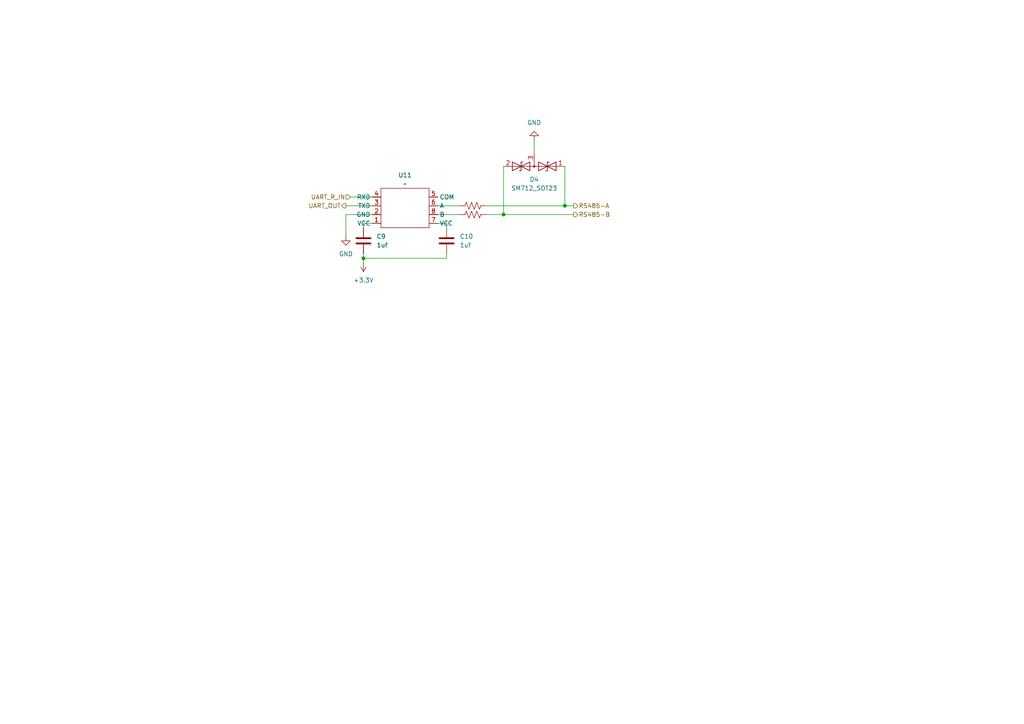
<source format=kicad_sch>
(kicad_sch
	(version 20250114)
	(generator "eeschema")
	(generator_version "9.0")
	(uuid "c626e9de-39b7-4430-bd26-fa7c1efe21e8")
	(paper "A4")
	(lib_symbols
		(symbol "Device:C"
			(pin_numbers
				(hide yes)
			)
			(pin_names
				(offset 0.254)
			)
			(exclude_from_sim no)
			(in_bom yes)
			(on_board yes)
			(property "Reference" "C"
				(at 0.635 2.54 0)
				(effects
					(font
						(size 1.27 1.27)
					)
					(justify left)
				)
			)
			(property "Value" "C"
				(at 0.635 -2.54 0)
				(effects
					(font
						(size 1.27 1.27)
					)
					(justify left)
				)
			)
			(property "Footprint" ""
				(at 0.9652 -3.81 0)
				(effects
					(font
						(size 1.27 1.27)
					)
					(hide yes)
				)
			)
			(property "Datasheet" "~"
				(at 0 0 0)
				(effects
					(font
						(size 1.27 1.27)
					)
					(hide yes)
				)
			)
			(property "Description" "Unpolarized capacitor"
				(at 0 0 0)
				(effects
					(font
						(size 1.27 1.27)
					)
					(hide yes)
				)
			)
			(property "ki_keywords" "cap capacitor"
				(at 0 0 0)
				(effects
					(font
						(size 1.27 1.27)
					)
					(hide yes)
				)
			)
			(property "ki_fp_filters" "C_*"
				(at 0 0 0)
				(effects
					(font
						(size 1.27 1.27)
					)
					(hide yes)
				)
			)
			(symbol "C_0_1"
				(polyline
					(pts
						(xy -2.032 0.762) (xy 2.032 0.762)
					)
					(stroke
						(width 0.508)
						(type default)
					)
					(fill
						(type none)
					)
				)
				(polyline
					(pts
						(xy -2.032 -0.762) (xy 2.032 -0.762)
					)
					(stroke
						(width 0.508)
						(type default)
					)
					(fill
						(type none)
					)
				)
			)
			(symbol "C_1_1"
				(pin passive line
					(at 0 3.81 270)
					(length 2.794)
					(name "~"
						(effects
							(font
								(size 1.27 1.27)
							)
						)
					)
					(number "1"
						(effects
							(font
								(size 1.27 1.27)
							)
						)
					)
				)
				(pin passive line
					(at 0 -3.81 90)
					(length 2.794)
					(name "~"
						(effects
							(font
								(size 1.27 1.27)
							)
						)
					)
					(number "2"
						(effects
							(font
								(size 1.27 1.27)
							)
						)
					)
				)
			)
			(embedded_fonts no)
		)
		(symbol "Device:R_US"
			(pin_numbers
				(hide yes)
			)
			(pin_names
				(offset 0)
			)
			(exclude_from_sim no)
			(in_bom yes)
			(on_board yes)
			(property "Reference" "R"
				(at 2.54 0 90)
				(effects
					(font
						(size 1.27 1.27)
					)
				)
			)
			(property "Value" "R_US"
				(at -2.54 0 90)
				(effects
					(font
						(size 1.27 1.27)
					)
				)
			)
			(property "Footprint" ""
				(at 1.016 -0.254 90)
				(effects
					(font
						(size 1.27 1.27)
					)
					(hide yes)
				)
			)
			(property "Datasheet" "~"
				(at 0 0 0)
				(effects
					(font
						(size 1.27 1.27)
					)
					(hide yes)
				)
			)
			(property "Description" "Resistor, US symbol"
				(at 0 0 0)
				(effects
					(font
						(size 1.27 1.27)
					)
					(hide yes)
				)
			)
			(property "ki_keywords" "R res resistor"
				(at 0 0 0)
				(effects
					(font
						(size 1.27 1.27)
					)
					(hide yes)
				)
			)
			(property "ki_fp_filters" "R_*"
				(at 0 0 0)
				(effects
					(font
						(size 1.27 1.27)
					)
					(hide yes)
				)
			)
			(symbol "R_US_0_1"
				(polyline
					(pts
						(xy 0 2.286) (xy 0 2.54)
					)
					(stroke
						(width 0)
						(type default)
					)
					(fill
						(type none)
					)
				)
				(polyline
					(pts
						(xy 0 2.286) (xy 1.016 1.905) (xy 0 1.524) (xy -1.016 1.143) (xy 0 0.762)
					)
					(stroke
						(width 0)
						(type default)
					)
					(fill
						(type none)
					)
				)
				(polyline
					(pts
						(xy 0 0.762) (xy 1.016 0.381) (xy 0 0) (xy -1.016 -0.381) (xy 0 -0.762)
					)
					(stroke
						(width 0)
						(type default)
					)
					(fill
						(type none)
					)
				)
				(polyline
					(pts
						(xy 0 -0.762) (xy 1.016 -1.143) (xy 0 -1.524) (xy -1.016 -1.905) (xy 0 -2.286)
					)
					(stroke
						(width 0)
						(type default)
					)
					(fill
						(type none)
					)
				)
				(polyline
					(pts
						(xy 0 -2.286) (xy 0 -2.54)
					)
					(stroke
						(width 0)
						(type default)
					)
					(fill
						(type none)
					)
				)
			)
			(symbol "R_US_1_1"
				(pin passive line
					(at 0 3.81 270)
					(length 1.27)
					(name "~"
						(effects
							(font
								(size 1.27 1.27)
							)
						)
					)
					(number "1"
						(effects
							(font
								(size 1.27 1.27)
							)
						)
					)
				)
				(pin passive line
					(at 0 -3.81 90)
					(length 1.27)
					(name "~"
						(effects
							(font
								(size 1.27 1.27)
							)
						)
					)
					(number "2"
						(effects
							(font
								(size 1.27 1.27)
							)
						)
					)
				)
			)
			(embedded_fonts no)
		)
		(symbol "Diode:SM712_SOT23"
			(pin_names
				(offset 1.016)
				(hide yes)
			)
			(exclude_from_sim no)
			(in_bom yes)
			(on_board yes)
			(property "Reference" "D"
				(at 0 4.445 0)
				(effects
					(font
						(size 1.27 1.27)
					)
				)
			)
			(property "Value" "SM712_SOT23"
				(at 0 2.54 0)
				(effects
					(font
						(size 1.27 1.27)
					)
				)
			)
			(property "Footprint" "Package_TO_SOT_SMD:SOT-23"
				(at 0 -8.89 0)
				(effects
					(font
						(size 1.27 1.27)
					)
					(hide yes)
				)
			)
			(property "Datasheet" "https://www.littelfuse.com/~/media/electronics/datasheets/tvs_diode_arrays/littelfuse_tvs_diode_array_sm712_datasheet.pdf.pdf"
				(at -3.81 0 0)
				(effects
					(font
						(size 1.27 1.27)
					)
					(hide yes)
				)
			)
			(property "Description" "7V/12V, 600W Asymmetrical TVS Diode Array, SOT-23"
				(at 0 0 0)
				(effects
					(font
						(size 1.27 1.27)
					)
					(hide yes)
				)
			)
			(property "ki_keywords" "transient voltage suppressor thyrector transil"
				(at 0 0 0)
				(effects
					(font
						(size 1.27 1.27)
					)
					(hide yes)
				)
			)
			(property "ki_fp_filters" "SOT?23*"
				(at 0 0 0)
				(effects
					(font
						(size 1.27 1.27)
					)
					(hide yes)
				)
			)
			(symbol "SM712_SOT23_0_0"
				(polyline
					(pts
						(xy 0 -1.27) (xy 0 0)
					)
					(stroke
						(width 0)
						(type default)
					)
					(fill
						(type none)
					)
				)
			)
			(symbol "SM712_SOT23_0_1"
				(polyline
					(pts
						(xy -6.35 0) (xy 6.35 0)
					)
					(stroke
						(width 0)
						(type default)
					)
					(fill
						(type none)
					)
				)
				(polyline
					(pts
						(xy -6.35 -1.27) (xy -1.27 1.27) (xy -1.27 -1.27) (xy -6.35 1.27) (xy -6.35 -1.27)
					)
					(stroke
						(width 0.2032)
						(type default)
					)
					(fill
						(type none)
					)
				)
				(polyline
					(pts
						(xy -3.302 1.27) (xy -3.81 1.27) (xy -3.81 -1.27) (xy -4.318 -1.27)
					)
					(stroke
						(width 0.2032)
						(type default)
					)
					(fill
						(type none)
					)
				)
				(circle
					(center 0 0)
					(radius 0.254)
					(stroke
						(width 0)
						(type default)
					)
					(fill
						(type outline)
					)
				)
				(polyline
					(pts
						(xy 1.27 -1.27) (xy 1.27 1.27) (xy 6.35 -1.27) (xy 6.35 1.27) (xy 1.27 -1.27)
					)
					(stroke
						(width 0.2032)
						(type default)
					)
					(fill
						(type none)
					)
				)
				(polyline
					(pts
						(xy 4.318 1.27) (xy 3.81 1.27) (xy 3.81 -1.27) (xy 3.302 -1.27)
					)
					(stroke
						(width 0.2032)
						(type default)
					)
					(fill
						(type none)
					)
				)
			)
			(symbol "SM712_SOT23_1_1"
				(pin passive line
					(at -8.89 0 0)
					(length 2.54)
					(name "A1"
						(effects
							(font
								(size 1.27 1.27)
							)
						)
					)
					(number "1"
						(effects
							(font
								(size 1.27 1.27)
							)
						)
					)
				)
				(pin input line
					(at 0 -3.81 90)
					(length 2.54)
					(name "common"
						(effects
							(font
								(size 1.27 1.27)
							)
						)
					)
					(number "3"
						(effects
							(font
								(size 1.27 1.27)
							)
						)
					)
				)
				(pin passive line
					(at 8.89 0 180)
					(length 2.54)
					(name "A2"
						(effects
							(font
								(size 1.27 1.27)
							)
						)
					)
					(number "2"
						(effects
							(font
								(size 1.27 1.27)
							)
						)
					)
				)
			)
			(embedded_fonts no)
		)
		(symbol "RS-485:RS_485"
			(exclude_from_sim no)
			(in_bom yes)
			(on_board yes)
			(property "Reference" "U"
				(at 0 0 0)
				(effects
					(font
						(size 1.27 1.27)
					)
				)
			)
			(property "Value" ""
				(at 0 0 0)
				(effects
					(font
						(size 1.27 1.27)
					)
				)
			)
			(property "Footprint" ""
				(at 0 0 0)
				(effects
					(font
						(size 1.27 1.27)
					)
					(hide yes)
				)
			)
			(property "Datasheet" ""
				(at 0 0 0)
				(effects
					(font
						(size 1.27 1.27)
					)
					(hide yes)
				)
			)
			(property "Description" ""
				(at 0 0 0)
				(effects
					(font
						(size 1.27 1.27)
					)
					(hide yes)
				)
			)
			(symbol "RS_485_0_1"
				(rectangle
					(start -13.97 -1.27)
					(end 0 -12.7)
					(stroke
						(width 0)
						(type default)
					)
					(fill
						(type none)
					)
				)
			)
			(symbol "RS_485_1_1"
				(pin input line
					(at -13.97 -2.54 180)
					(length 2.54)
					(name "VCC"
						(effects
							(font
								(size 1.27 1.27)
							)
						)
					)
					(number "7"
						(effects
							(font
								(size 1.27 1.27)
							)
						)
					)
				)
				(pin input line
					(at -13.97 -5.08 180)
					(length 2.54)
					(name "B"
						(effects
							(font
								(size 1.27 1.27)
							)
						)
					)
					(number "8"
						(effects
							(font
								(size 1.27 1.27)
							)
						)
					)
				)
				(pin input line
					(at -13.97 -7.62 180)
					(length 2.54)
					(name "A"
						(effects
							(font
								(size 1.27 1.27)
							)
						)
					)
					(number "6"
						(effects
							(font
								(size 1.27 1.27)
							)
						)
					)
				)
				(pin input line
					(at -13.97 -10.16 180)
					(length 2.54)
					(name "COM"
						(effects
							(font
								(size 1.27 1.27)
							)
						)
					)
					(number "5"
						(effects
							(font
								(size 1.27 1.27)
							)
						)
					)
				)
				(pin input line
					(at 0 -2.54 0)
					(length 2.54)
					(name "VCC"
						(effects
							(font
								(size 1.27 1.27)
							)
						)
					)
					(number "1"
						(effects
							(font
								(size 1.27 1.27)
							)
						)
					)
				)
				(pin input line
					(at 0 -5.08 0)
					(length 2.54)
					(name "GND"
						(effects
							(font
								(size 1.27 1.27)
							)
						)
					)
					(number "2"
						(effects
							(font
								(size 1.27 1.27)
							)
						)
					)
				)
				(pin input line
					(at 0 -7.62 0)
					(length 2.54)
					(name "TXD"
						(effects
							(font
								(size 1.27 1.27)
							)
						)
					)
					(number "3"
						(effects
							(font
								(size 1.27 1.27)
							)
						)
					)
				)
				(pin input line
					(at 0 -10.16 0)
					(length 2.54)
					(name "RXD"
						(effects
							(font
								(size 1.27 1.27)
							)
						)
					)
					(number "4"
						(effects
							(font
								(size 1.27 1.27)
							)
						)
					)
				)
			)
			(embedded_fonts no)
		)
		(symbol "power:+3.3V"
			(power)
			(pin_numbers
				(hide yes)
			)
			(pin_names
				(offset 0)
				(hide yes)
			)
			(exclude_from_sim no)
			(in_bom yes)
			(on_board yes)
			(property "Reference" "#PWR"
				(at 0 -3.81 0)
				(effects
					(font
						(size 1.27 1.27)
					)
					(hide yes)
				)
			)
			(property "Value" "+3.3V"
				(at 0 3.556 0)
				(effects
					(font
						(size 1.27 1.27)
					)
				)
			)
			(property "Footprint" ""
				(at 0 0 0)
				(effects
					(font
						(size 1.27 1.27)
					)
					(hide yes)
				)
			)
			(property "Datasheet" ""
				(at 0 0 0)
				(effects
					(font
						(size 1.27 1.27)
					)
					(hide yes)
				)
			)
			(property "Description" "Power symbol creates a global label with name \"+3.3V\""
				(at 0 0 0)
				(effects
					(font
						(size 1.27 1.27)
					)
					(hide yes)
				)
			)
			(property "ki_keywords" "global power"
				(at 0 0 0)
				(effects
					(font
						(size 1.27 1.27)
					)
					(hide yes)
				)
			)
			(symbol "+3.3V_0_1"
				(polyline
					(pts
						(xy -0.762 1.27) (xy 0 2.54)
					)
					(stroke
						(width 0)
						(type default)
					)
					(fill
						(type none)
					)
				)
				(polyline
					(pts
						(xy 0 2.54) (xy 0.762 1.27)
					)
					(stroke
						(width 0)
						(type default)
					)
					(fill
						(type none)
					)
				)
				(polyline
					(pts
						(xy 0 0) (xy 0 2.54)
					)
					(stroke
						(width 0)
						(type default)
					)
					(fill
						(type none)
					)
				)
			)
			(symbol "+3.3V_1_1"
				(pin power_in line
					(at 0 0 90)
					(length 0)
					(name "~"
						(effects
							(font
								(size 1.27 1.27)
							)
						)
					)
					(number "1"
						(effects
							(font
								(size 1.27 1.27)
							)
						)
					)
				)
			)
			(embedded_fonts no)
		)
		(symbol "power:GND"
			(power)
			(pin_numbers
				(hide yes)
			)
			(pin_names
				(offset 0)
				(hide yes)
			)
			(exclude_from_sim no)
			(in_bom yes)
			(on_board yes)
			(property "Reference" "#PWR"
				(at 0 -6.35 0)
				(effects
					(font
						(size 1.27 1.27)
					)
					(hide yes)
				)
			)
			(property "Value" "GND"
				(at 0 -3.81 0)
				(effects
					(font
						(size 1.27 1.27)
					)
				)
			)
			(property "Footprint" ""
				(at 0 0 0)
				(effects
					(font
						(size 1.27 1.27)
					)
					(hide yes)
				)
			)
			(property "Datasheet" ""
				(at 0 0 0)
				(effects
					(font
						(size 1.27 1.27)
					)
					(hide yes)
				)
			)
			(property "Description" "Power symbol creates a global label with name \"GND\" , ground"
				(at 0 0 0)
				(effects
					(font
						(size 1.27 1.27)
					)
					(hide yes)
				)
			)
			(property "ki_keywords" "global power"
				(at 0 0 0)
				(effects
					(font
						(size 1.27 1.27)
					)
					(hide yes)
				)
			)
			(symbol "GND_0_1"
				(polyline
					(pts
						(xy 0 0) (xy 0 -1.27) (xy 1.27 -1.27) (xy 0 -2.54) (xy -1.27 -1.27) (xy 0 -1.27)
					)
					(stroke
						(width 0)
						(type default)
					)
					(fill
						(type none)
					)
				)
			)
			(symbol "GND_1_1"
				(pin power_in line
					(at 0 0 270)
					(length 0)
					(name "~"
						(effects
							(font
								(size 1.27 1.27)
							)
						)
					)
					(number "1"
						(effects
							(font
								(size 1.27 1.27)
							)
						)
					)
				)
			)
			(embedded_fonts no)
		)
	)
	(junction
		(at 146.05 62.23)
		(diameter 0)
		(color 0 0 0 0)
		(uuid "17a287d3-a7ba-4712-8971-5b81f56f1630")
	)
	(junction
		(at 163.83 59.69)
		(diameter 0)
		(color 0 0 0 0)
		(uuid "a4b1c9cb-e618-4e1d-93ce-86bece3f49ec")
	)
	(junction
		(at 105.41 74.93)
		(diameter 0)
		(color 0 0 0 0)
		(uuid "ea140a06-4267-49f1-8312-020d58ab8ae7")
	)
	(wire
		(pts
			(xy 105.41 74.93) (xy 129.54 74.93)
		)
		(stroke
			(width 0)
			(type default)
		)
		(uuid "09e563a0-3d77-4ed4-9f37-f0e7484892cf")
	)
	(wire
		(pts
			(xy 163.83 48.26) (xy 163.83 59.69)
		)
		(stroke
			(width 0)
			(type default)
		)
		(uuid "1f1935c3-0126-4fae-bf40-0ff2e2debce5")
	)
	(wire
		(pts
			(xy 100.33 68.58) (xy 100.33 62.23)
		)
		(stroke
			(width 0)
			(type default)
		)
		(uuid "2f43aaeb-9367-490a-8dfe-50b81b0e45a0")
	)
	(wire
		(pts
			(xy 163.83 59.69) (xy 140.97 59.69)
		)
		(stroke
			(width 0)
			(type default)
		)
		(uuid "30e43ba7-386b-4add-b0c6-f57bbcd2e453")
	)
	(wire
		(pts
			(xy 124.46 59.69) (xy 133.35 59.69)
		)
		(stroke
			(width 0)
			(type default)
		)
		(uuid "32528200-b848-47ab-b6ae-bad2febeef67")
	)
	(wire
		(pts
			(xy 166.37 62.23) (xy 146.05 62.23)
		)
		(stroke
			(width 0)
			(type default)
		)
		(uuid "4e2639aa-3871-4d4c-9510-6a820a1febcc")
	)
	(wire
		(pts
			(xy 124.46 62.23) (xy 133.35 62.23)
		)
		(stroke
			(width 0)
			(type default)
		)
		(uuid "5bd8d37a-57a5-4c9b-b80e-197520fe8f19")
	)
	(wire
		(pts
			(xy 129.54 66.04) (xy 129.54 64.77)
		)
		(stroke
			(width 0)
			(type default)
		)
		(uuid "6735e5cf-6ea9-4600-9046-3bf5690fd27a")
	)
	(wire
		(pts
			(xy 101.6 57.15) (xy 110.49 57.15)
		)
		(stroke
			(width 0)
			(type default)
		)
		(uuid "679ffbda-893b-4355-9430-53f3d86b1a50")
	)
	(wire
		(pts
			(xy 129.54 73.66) (xy 129.54 74.93)
		)
		(stroke
			(width 0)
			(type default)
		)
		(uuid "7564ca0d-eb9b-459b-9a0d-333d162b914d")
	)
	(wire
		(pts
			(xy 146.05 48.26) (xy 146.05 62.23)
		)
		(stroke
			(width 0)
			(type default)
		)
		(uuid "79fa4ada-5647-4d12-a187-8728dbb0ebd1")
	)
	(wire
		(pts
			(xy 105.41 64.77) (xy 110.49 64.77)
		)
		(stroke
			(width 0)
			(type default)
		)
		(uuid "89a28d93-8994-4891-868f-2cee67a1ebd3")
	)
	(wire
		(pts
			(xy 166.37 59.69) (xy 163.83 59.69)
		)
		(stroke
			(width 0)
			(type default)
		)
		(uuid "99da67b6-b71c-43c9-b8c6-cf266f2c53a0")
	)
	(wire
		(pts
			(xy 124.46 64.77) (xy 129.54 64.77)
		)
		(stroke
			(width 0)
			(type default)
		)
		(uuid "9de26e64-cdb4-4014-b5c4-66a66c1d2532")
	)
	(wire
		(pts
			(xy 100.33 59.69) (xy 110.49 59.69)
		)
		(stroke
			(width 0)
			(type default)
		)
		(uuid "9e9075f2-0300-43b9-8547-f354f88b8626")
	)
	(wire
		(pts
			(xy 105.41 66.04) (xy 105.41 64.77)
		)
		(stroke
			(width 0)
			(type default)
		)
		(uuid "befdec42-75fc-45df-b2f4-6da3244f4599")
	)
	(wire
		(pts
			(xy 154.94 40.64) (xy 154.94 44.45)
		)
		(stroke
			(width 0)
			(type default)
		)
		(uuid "bfe7ef14-eab0-4fb6-b595-1fb285dfbf0e")
	)
	(wire
		(pts
			(xy 100.33 62.23) (xy 110.49 62.23)
		)
		(stroke
			(width 0)
			(type default)
		)
		(uuid "cae66ce2-397e-4b43-b262-ce24e645a5c4")
	)
	(wire
		(pts
			(xy 105.41 76.2) (xy 105.41 74.93)
		)
		(stroke
			(width 0)
			(type default)
		)
		(uuid "d9002cbc-bd26-40ef-b171-218a689cf0a7")
	)
	(wire
		(pts
			(xy 146.05 62.23) (xy 140.97 62.23)
		)
		(stroke
			(width 0)
			(type default)
		)
		(uuid "df110e98-6a11-42d3-8c06-880a87bdd711")
	)
	(wire
		(pts
			(xy 105.41 74.93) (xy 105.41 73.66)
		)
		(stroke
			(width 0)
			(type default)
		)
		(uuid "eb275281-d021-4440-980c-a56e490bc5f9")
	)
	(hierarchical_label "UART_OUT"
		(shape output)
		(at 100.33 59.69 180)
		(effects
			(font
				(size 1.27 1.27)
			)
			(justify right)
		)
		(uuid "49684a41-d4be-4806-bc98-77990bee7c37")
	)
	(hierarchical_label "RS485-A"
		(shape output)
		(at 166.37 59.69 0)
		(effects
			(font
				(size 1.27 1.27)
			)
			(justify left)
		)
		(uuid "5309f8b2-f70c-4f8d-a6d8-cd89f0c7e0be")
	)
	(hierarchical_label "UART_R_IN"
		(shape input)
		(at 101.6 57.15 180)
		(effects
			(font
				(size 1.27 1.27)
			)
			(justify right)
		)
		(uuid "691705b0-98f3-441f-8d4c-79902f905921")
	)
	(hierarchical_label "RS485-B"
		(shape output)
		(at 166.37 62.23 0)
		(effects
			(font
				(size 1.27 1.27)
			)
			(justify left)
		)
		(uuid "a3eb9638-2a65-4d2a-87d5-c2d87a94fbb5")
	)
	(symbol
		(lib_id "Diode:SM712_SOT23")
		(at 154.94 48.26 180)
		(unit 1)
		(exclude_from_sim no)
		(in_bom yes)
		(on_board yes)
		(dnp no)
		(fields_autoplaced yes)
		(uuid "088df721-d154-4d70-980c-2bb0c585eef6")
		(property "Reference" "D4"
			(at 154.94 52.07 0)
			(effects
				(font
					(size 1.27 1.27)
				)
			)
		)
		(property "Value" "SM712_SOT23"
			(at 154.94 54.61 0)
			(effects
				(font
					(size 1.27 1.27)
				)
			)
		)
		(property "Footprint" "Package_TO_SOT_SMD:SOT-23"
			(at 154.94 39.37 0)
			(effects
				(font
					(size 1.27 1.27)
				)
				(hide yes)
			)
		)
		(property "Datasheet" "https://www.littelfuse.com/~/media/electronics/datasheets/tvs_diode_arrays/littelfuse_tvs_diode_array_sm712_datasheet.pdf.pdf"
			(at 158.75 48.26 0)
			(effects
				(font
					(size 1.27 1.27)
				)
				(hide yes)
			)
		)
		(property "Description" "7V/12V, 600W Asymmetrical TVS Diode Array, SOT-23"
			(at 154.94 48.26 0)
			(effects
				(font
					(size 1.27 1.27)
				)
				(hide yes)
			)
		)
		(pin "2"
			(uuid "6c4e16ce-46b6-4e59-845b-9cc93d75ef62")
		)
		(pin "3"
			(uuid "fbde1a8e-5a15-43b0-9bd0-e7f2fa8999fc")
		)
		(pin "1"
			(uuid "336daa7f-c317-47ed-b994-f9687bb727b2")
		)
		(instances
			(project "ZorionX-Nivara"
				(path "/ae5c9891-8291-492e-8a61-8ac340267b67/d47eca49-96e4-4138-8979-47bb60019f67/e329c21d-acaa-4809-a119-b3d497656361"
					(reference "D4")
					(unit 1)
				)
			)
		)
	)
	(symbol
		(lib_id "Device:C")
		(at 105.41 69.85 0)
		(unit 1)
		(exclude_from_sim no)
		(in_bom yes)
		(on_board yes)
		(dnp no)
		(fields_autoplaced yes)
		(uuid "34915231-83c9-4c90-a19d-51844b875547")
		(property "Reference" "C9"
			(at 109.22 68.5799 0)
			(effects
				(font
					(size 1.27 1.27)
				)
				(justify left)
			)
		)
		(property "Value" "1uf"
			(at 109.22 71.1199 0)
			(effects
				(font
					(size 1.27 1.27)
				)
				(justify left)
			)
		)
		(property "Footprint" "Capacitor_SMD:C_0603_1608Metric"
			(at 106.3752 73.66 0)
			(effects
				(font
					(size 1.27 1.27)
				)
				(hide yes)
			)
		)
		(property "Datasheet" "~"
			(at 105.41 69.85 0)
			(effects
				(font
					(size 1.27 1.27)
				)
				(hide yes)
			)
		)
		(property "Description" "Unpolarized capacitor"
			(at 105.41 69.85 0)
			(effects
				(font
					(size 1.27 1.27)
				)
				(hide yes)
			)
		)
		(pin "2"
			(uuid "fe42c291-58aa-48ec-9e6c-1d805de33aa9")
		)
		(pin "1"
			(uuid "8e69653e-4f92-4cdd-bfda-35b08f4d4d68")
		)
		(instances
			(project "ZorionX-Nivara_V1.4"
				(path "/ae5c9891-8291-492e-8a61-8ac340267b67/d47eca49-96e4-4138-8979-47bb60019f67/e329c21d-acaa-4809-a119-b3d497656361"
					(reference "C9")
					(unit 1)
				)
			)
		)
	)
	(symbol
		(lib_id "RS-485:RS_485")
		(at 110.49 67.31 180)
		(unit 1)
		(exclude_from_sim no)
		(in_bom yes)
		(on_board yes)
		(dnp no)
		(fields_autoplaced yes)
		(uuid "675eb3ee-2859-452c-85c1-3ffbdb724a9f")
		(property "Reference" "U11"
			(at 117.475 50.8 0)
			(effects
				(font
					(size 1.27 1.27)
				)
			)
		)
		(property "Value" "~"
			(at 117.475 53.34 0)
			(effects
				(font
					(size 1.27 1.27)
				)
			)
		)
		(property "Footprint" ""
			(at 110.49 67.31 0)
			(effects
				(font
					(size 1.27 1.27)
				)
				(hide yes)
			)
		)
		(property "Datasheet" ""
			(at 110.49 67.31 0)
			(effects
				(font
					(size 1.27 1.27)
				)
				(hide yes)
			)
		)
		(property "Description" ""
			(at 110.49 67.31 0)
			(effects
				(font
					(size 1.27 1.27)
				)
				(hide yes)
			)
		)
		(pin "4"
			(uuid "f06897cb-0b25-4bf8-a332-d03ba7fa6647")
		)
		(pin "8"
			(uuid "58af637c-2d3d-4966-9427-5e55ee00c00c")
		)
		(pin "2"
			(uuid "71d69320-fa09-4821-8a89-14d4793a6ea9")
		)
		(pin "1"
			(uuid "908f0b1e-9145-453b-a48a-eee190475b83")
		)
		(pin "7"
			(uuid "ad2cc279-6c3e-40aa-a12e-ec2bef5b717c")
		)
		(pin "6"
			(uuid "30640766-e447-415b-b5bf-85e3ff7463cf")
		)
		(pin "3"
			(uuid "26948136-9918-4793-966f-430156a463ae")
		)
		(pin "5"
			(uuid "e5868ca3-9aff-43c0-969d-cd8b86fb669b")
		)
		(instances
			(project "ZorionX-Nivara"
				(path "/ae5c9891-8291-492e-8a61-8ac340267b67/d47eca49-96e4-4138-8979-47bb60019f67/e329c21d-acaa-4809-a119-b3d497656361"
					(reference "U11")
					(unit 1)
				)
			)
		)
	)
	(symbol
		(lib_id "Device:R_US")
		(at 137.16 59.69 90)
		(unit 1)
		(exclude_from_sim no)
		(in_bom yes)
		(on_board yes)
		(dnp no)
		(fields_autoplaced yes)
		(uuid "77459c22-d19a-4414-8277-8ba0641367d8")
		(property "Reference" "R30"
			(at 137.16 53.8621 90)
			(effects
				(font
					(size 1.27 1.27)
				)
				(hide yes)
			)
		)
		(property "Value" "R_US"
			(at 137.16 56.4021 90)
			(effects
				(font
					(size 1.27 1.27)
				)
				(hide yes)
			)
		)
		(property "Footprint" "Resistor_SMD:R_0603_1608Metric"
			(at 137.414 58.674 90)
			(effects
				(font
					(size 1.27 1.27)
				)
				(hide yes)
			)
		)
		(property "Datasheet" "~"
			(at 137.16 59.69 0)
			(effects
				(font
					(size 1.27 1.27)
				)
				(hide yes)
			)
		)
		(property "Description" "Resistor, US symbol"
			(at 137.16 59.69 0)
			(effects
				(font
					(size 1.27 1.27)
				)
				(hide yes)
			)
		)
		(pin "1"
			(uuid "4f940351-46e2-4b10-9038-9f5eaac51384")
		)
		(pin "2"
			(uuid "f7c8a7b8-1823-4826-a26d-51bd47138b8e")
		)
		(instances
			(project "ZorionX-Nivara"
				(path "/ae5c9891-8291-492e-8a61-8ac340267b67/d47eca49-96e4-4138-8979-47bb60019f67/e329c21d-acaa-4809-a119-b3d497656361"
					(reference "R30")
					(unit 1)
				)
			)
		)
	)
	(symbol
		(lib_id "power:GND")
		(at 100.33 68.58 0)
		(unit 1)
		(exclude_from_sim no)
		(in_bom yes)
		(on_board yes)
		(dnp no)
		(fields_autoplaced yes)
		(uuid "791b0254-8c9a-4181-a907-6a9560325a9e")
		(property "Reference" "#PWR012"
			(at 100.33 74.93 0)
			(effects
				(font
					(size 1.27 1.27)
				)
				(hide yes)
			)
		)
		(property "Value" "GND"
			(at 100.33 73.66 0)
			(effects
				(font
					(size 1.27 1.27)
				)
			)
		)
		(property "Footprint" ""
			(at 100.33 68.58 0)
			(effects
				(font
					(size 1.27 1.27)
				)
				(hide yes)
			)
		)
		(property "Datasheet" ""
			(at 100.33 68.58 0)
			(effects
				(font
					(size 1.27 1.27)
				)
				(hide yes)
			)
		)
		(property "Description" "Power symbol creates a global label with name \"GND\" , ground"
			(at 100.33 68.58 0)
			(effects
				(font
					(size 1.27 1.27)
				)
				(hide yes)
			)
		)
		(pin "1"
			(uuid "d3a4a004-6c15-4777-9d54-acb9b65588a9")
		)
		(instances
			(project "ZorionX-Nivara"
				(path "/ae5c9891-8291-492e-8a61-8ac340267b67/d47eca49-96e4-4138-8979-47bb60019f67/e329c21d-acaa-4809-a119-b3d497656361"
					(reference "#PWR012")
					(unit 1)
				)
			)
		)
	)
	(symbol
		(lib_id "power:GND")
		(at 154.94 40.64 180)
		(unit 1)
		(exclude_from_sim no)
		(in_bom yes)
		(on_board yes)
		(dnp no)
		(fields_autoplaced yes)
		(uuid "7af207d8-c8d1-4040-a027-8031003fa4c2")
		(property "Reference" "#PWR061"
			(at 154.94 34.29 0)
			(effects
				(font
					(size 1.27 1.27)
				)
				(hide yes)
			)
		)
		(property "Value" "GND"
			(at 154.94 35.56 0)
			(effects
				(font
					(size 1.27 1.27)
				)
			)
		)
		(property "Footprint" ""
			(at 154.94 40.64 0)
			(effects
				(font
					(size 1.27 1.27)
				)
				(hide yes)
			)
		)
		(property "Datasheet" ""
			(at 154.94 40.64 0)
			(effects
				(font
					(size 1.27 1.27)
				)
				(hide yes)
			)
		)
		(property "Description" "Power symbol creates a global label with name \"GND\" , ground"
			(at 154.94 40.64 0)
			(effects
				(font
					(size 1.27 1.27)
				)
				(hide yes)
			)
		)
		(pin "1"
			(uuid "13ab8538-16fa-4f4f-b805-bcec615ed7d1")
		)
		(instances
			(project "ZorionX-Nivara"
				(path "/ae5c9891-8291-492e-8a61-8ac340267b67/d47eca49-96e4-4138-8979-47bb60019f67/e329c21d-acaa-4809-a119-b3d497656361"
					(reference "#PWR061")
					(unit 1)
				)
			)
		)
	)
	(symbol
		(lib_id "power:+3.3V")
		(at 105.41 76.2 180)
		(unit 1)
		(exclude_from_sim no)
		(in_bom yes)
		(on_board yes)
		(dnp no)
		(fields_autoplaced yes)
		(uuid "b692256d-eeb5-4453-b5bb-7875803b8739")
		(property "Reference" "#PWR058"
			(at 105.41 72.39 0)
			(effects
				(font
					(size 1.27 1.27)
				)
				(hide yes)
			)
		)
		(property "Value" "+3.3V"
			(at 105.41 81.28 0)
			(effects
				(font
					(size 1.27 1.27)
				)
			)
		)
		(property "Footprint" ""
			(at 105.41 76.2 0)
			(effects
				(font
					(size 1.27 1.27)
				)
				(hide yes)
			)
		)
		(property "Datasheet" ""
			(at 105.41 76.2 0)
			(effects
				(font
					(size 1.27 1.27)
				)
				(hide yes)
			)
		)
		(property "Description" "Power symbol creates a global label with name \"+3.3V\""
			(at 105.41 76.2 0)
			(effects
				(font
					(size 1.27 1.27)
				)
				(hide yes)
			)
		)
		(pin "1"
			(uuid "cb56955c-442f-456f-baad-7ec19fc8c56d")
		)
		(instances
			(project "ZorionX-Nivara_V1.4"
				(path "/ae5c9891-8291-492e-8a61-8ac340267b67/d47eca49-96e4-4138-8979-47bb60019f67/e329c21d-acaa-4809-a119-b3d497656361"
					(reference "#PWR058")
					(unit 1)
				)
			)
		)
	)
	(symbol
		(lib_id "Device:R_US")
		(at 137.16 62.23 90)
		(unit 1)
		(exclude_from_sim no)
		(in_bom yes)
		(on_board yes)
		(dnp no)
		(fields_autoplaced yes)
		(uuid "c8610d24-6388-42bc-a881-c18d5b5734e8")
		(property "Reference" "R31"
			(at 137.16 56.4021 90)
			(effects
				(font
					(size 1.27 1.27)
				)
				(hide yes)
			)
		)
		(property "Value" "R_US"
			(at 137.16 58.9421 90)
			(effects
				(font
					(size 1.27 1.27)
				)
				(hide yes)
			)
		)
		(property "Footprint" "Resistor_SMD:R_0603_1608Metric"
			(at 137.414 61.214 90)
			(effects
				(font
					(size 1.27 1.27)
				)
				(hide yes)
			)
		)
		(property "Datasheet" "~"
			(at 137.16 62.23 0)
			(effects
				(font
					(size 1.27 1.27)
				)
				(hide yes)
			)
		)
		(property "Description" "Resistor, US symbol"
			(at 137.16 62.23 0)
			(effects
				(font
					(size 1.27 1.27)
				)
				(hide yes)
			)
		)
		(pin "1"
			(uuid "4448d050-37b6-4727-a43b-b7d42e645016")
		)
		(pin "2"
			(uuid "75f8413f-bad9-417b-8345-1edf5f627510")
		)
		(instances
			(project "ZorionX-Nivara"
				(path "/ae5c9891-8291-492e-8a61-8ac340267b67/d47eca49-96e4-4138-8979-47bb60019f67/e329c21d-acaa-4809-a119-b3d497656361"
					(reference "R31")
					(unit 1)
				)
			)
		)
	)
	(symbol
		(lib_id "Device:C")
		(at 129.54 69.85 0)
		(unit 1)
		(exclude_from_sim no)
		(in_bom yes)
		(on_board yes)
		(dnp no)
		(fields_autoplaced yes)
		(uuid "cf87dc05-247d-4580-89a1-39a1de8f45ea")
		(property "Reference" "C10"
			(at 133.35 68.5799 0)
			(effects
				(font
					(size 1.27 1.27)
				)
				(justify left)
			)
		)
		(property "Value" "1uf"
			(at 133.35 71.1199 0)
			(effects
				(font
					(size 1.27 1.27)
				)
				(justify left)
			)
		)
		(property "Footprint" "Capacitor_SMD:C_0603_1608Metric"
			(at 130.5052 73.66 0)
			(effects
				(font
					(size 1.27 1.27)
				)
				(hide yes)
			)
		)
		(property "Datasheet" "~"
			(at 129.54 69.85 0)
			(effects
				(font
					(size 1.27 1.27)
				)
				(hide yes)
			)
		)
		(property "Description" "Unpolarized capacitor"
			(at 129.54 69.85 0)
			(effects
				(font
					(size 1.27 1.27)
				)
				(hide yes)
			)
		)
		(pin "2"
			(uuid "fc12f032-71b7-4d27-961e-36184b7cdc80")
		)
		(pin "1"
			(uuid "ef6ef955-f899-4a62-9d32-b749625028ec")
		)
		(instances
			(project "ZorionX-Nivara_V1.4"
				(path "/ae5c9891-8291-492e-8a61-8ac340267b67/d47eca49-96e4-4138-8979-47bb60019f67/e329c21d-acaa-4809-a119-b3d497656361"
					(reference "C10")
					(unit 1)
				)
			)
		)
	)
)

</source>
